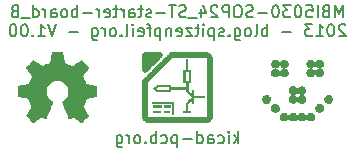
<source format=gbo>
G04 (created by PCBNEW (2013-01-27 BZR 3925)-testing) date Tue 29 Jan 2013 04:49:03 PM CET*
%MOIN*%
G04 Gerber Fmt 3.4, Leading zero omitted, Abs format*
%FSLAX34Y34*%
G01*
G70*
G90*
G04 APERTURE LIST*
%ADD10C,2.3622e-06*%
%ADD11C,0.00787402*%
%ADD12C,0.0001*%
%ADD13R,0.06X0.06*%
%ADD14C,0.06*%
G04 APERTURE END LIST*
G54D10*
G54D11*
X63024Y-47259D02*
X63024Y-46865D01*
X62987Y-47109D02*
X62874Y-47259D01*
X62874Y-46996D02*
X63024Y-47146D01*
X62706Y-47259D02*
X62706Y-46996D01*
X62706Y-46865D02*
X62724Y-46884D01*
X62706Y-46903D01*
X62687Y-46884D01*
X62706Y-46865D01*
X62706Y-46903D01*
X62349Y-47240D02*
X62387Y-47259D01*
X62462Y-47259D01*
X62499Y-47240D01*
X62518Y-47221D01*
X62537Y-47184D01*
X62537Y-47071D01*
X62518Y-47034D01*
X62499Y-47015D01*
X62462Y-46996D01*
X62387Y-46996D01*
X62349Y-47015D01*
X62012Y-47259D02*
X62012Y-47053D01*
X62031Y-47015D01*
X62068Y-46996D01*
X62143Y-46996D01*
X62181Y-47015D01*
X62012Y-47240D02*
X62049Y-47259D01*
X62143Y-47259D01*
X62181Y-47240D01*
X62199Y-47203D01*
X62199Y-47165D01*
X62181Y-47128D01*
X62143Y-47109D01*
X62049Y-47109D01*
X62012Y-47090D01*
X61656Y-47259D02*
X61656Y-46865D01*
X61656Y-47240D02*
X61693Y-47259D01*
X61768Y-47259D01*
X61806Y-47240D01*
X61824Y-47221D01*
X61843Y-47184D01*
X61843Y-47071D01*
X61824Y-47034D01*
X61806Y-47015D01*
X61768Y-46996D01*
X61693Y-46996D01*
X61656Y-47015D01*
X61468Y-47109D02*
X61168Y-47109D01*
X60981Y-46996D02*
X60981Y-47390D01*
X60981Y-47015D02*
X60943Y-46996D01*
X60868Y-46996D01*
X60831Y-47015D01*
X60812Y-47034D01*
X60793Y-47071D01*
X60793Y-47184D01*
X60812Y-47221D01*
X60831Y-47240D01*
X60868Y-47259D01*
X60943Y-47259D01*
X60981Y-47240D01*
X60456Y-47240D02*
X60493Y-47259D01*
X60568Y-47259D01*
X60606Y-47240D01*
X60625Y-47221D01*
X60643Y-47184D01*
X60643Y-47071D01*
X60625Y-47034D01*
X60606Y-47015D01*
X60568Y-46996D01*
X60493Y-46996D01*
X60456Y-47015D01*
X60287Y-47259D02*
X60287Y-46865D01*
X60287Y-47015D02*
X60250Y-46996D01*
X60175Y-46996D01*
X60137Y-47015D01*
X60118Y-47034D01*
X60100Y-47071D01*
X60100Y-47184D01*
X60118Y-47221D01*
X60137Y-47240D01*
X60175Y-47259D01*
X60250Y-47259D01*
X60287Y-47240D01*
X59931Y-47221D02*
X59912Y-47240D01*
X59931Y-47259D01*
X59950Y-47240D01*
X59931Y-47221D01*
X59931Y-47259D01*
X59687Y-47259D02*
X59725Y-47240D01*
X59743Y-47221D01*
X59762Y-47184D01*
X59762Y-47071D01*
X59743Y-47034D01*
X59725Y-47015D01*
X59687Y-46996D01*
X59631Y-46996D01*
X59593Y-47015D01*
X59575Y-47034D01*
X59556Y-47071D01*
X59556Y-47184D01*
X59575Y-47221D01*
X59593Y-47240D01*
X59631Y-47259D01*
X59687Y-47259D01*
X59387Y-47259D02*
X59387Y-46996D01*
X59387Y-47071D02*
X59368Y-47034D01*
X59350Y-47015D01*
X59312Y-46996D01*
X59275Y-46996D01*
X58975Y-46996D02*
X58975Y-47315D01*
X58994Y-47353D01*
X59012Y-47371D01*
X59050Y-47390D01*
X59106Y-47390D01*
X59143Y-47371D01*
X58975Y-47240D02*
X59012Y-47259D01*
X59087Y-47259D01*
X59125Y-47240D01*
X59143Y-47221D01*
X59162Y-47184D01*
X59162Y-47071D01*
X59143Y-47034D01*
X59125Y-47015D01*
X59087Y-46996D01*
X59012Y-46996D01*
X58975Y-47015D01*
X66511Y-43059D02*
X66511Y-42665D01*
X66380Y-42946D01*
X66249Y-42665D01*
X66249Y-43059D01*
X65930Y-42853D02*
X65874Y-42871D01*
X65855Y-42890D01*
X65836Y-42928D01*
X65836Y-42984D01*
X65855Y-43021D01*
X65874Y-43040D01*
X65911Y-43059D01*
X66061Y-43059D01*
X66061Y-42665D01*
X65930Y-42665D01*
X65893Y-42684D01*
X65874Y-42703D01*
X65855Y-42740D01*
X65855Y-42778D01*
X65874Y-42815D01*
X65893Y-42834D01*
X65930Y-42853D01*
X66061Y-42853D01*
X65668Y-43059D02*
X65668Y-42665D01*
X65293Y-42665D02*
X65480Y-42665D01*
X65499Y-42853D01*
X65480Y-42834D01*
X65443Y-42815D01*
X65349Y-42815D01*
X65311Y-42834D01*
X65293Y-42853D01*
X65274Y-42890D01*
X65274Y-42984D01*
X65293Y-43021D01*
X65311Y-43040D01*
X65349Y-43059D01*
X65443Y-43059D01*
X65480Y-43040D01*
X65499Y-43021D01*
X65030Y-42665D02*
X64993Y-42665D01*
X64955Y-42684D01*
X64937Y-42703D01*
X64918Y-42740D01*
X64899Y-42815D01*
X64899Y-42909D01*
X64918Y-42984D01*
X64937Y-43021D01*
X64955Y-43040D01*
X64993Y-43059D01*
X65030Y-43059D01*
X65068Y-43040D01*
X65086Y-43021D01*
X65105Y-42984D01*
X65124Y-42909D01*
X65124Y-42815D01*
X65105Y-42740D01*
X65086Y-42703D01*
X65068Y-42684D01*
X65030Y-42665D01*
X64768Y-42665D02*
X64524Y-42665D01*
X64655Y-42815D01*
X64599Y-42815D01*
X64562Y-42834D01*
X64543Y-42853D01*
X64524Y-42890D01*
X64524Y-42984D01*
X64543Y-43021D01*
X64562Y-43040D01*
X64599Y-43059D01*
X64712Y-43059D01*
X64749Y-43040D01*
X64768Y-43021D01*
X64280Y-42665D02*
X64243Y-42665D01*
X64205Y-42684D01*
X64187Y-42703D01*
X64168Y-42740D01*
X64149Y-42815D01*
X64149Y-42909D01*
X64168Y-42984D01*
X64187Y-43021D01*
X64205Y-43040D01*
X64243Y-43059D01*
X64280Y-43059D01*
X64318Y-43040D01*
X64337Y-43021D01*
X64355Y-42984D01*
X64374Y-42909D01*
X64374Y-42815D01*
X64355Y-42740D01*
X64337Y-42703D01*
X64318Y-42684D01*
X64280Y-42665D01*
X63980Y-42909D02*
X63680Y-42909D01*
X63512Y-43040D02*
X63455Y-43059D01*
X63362Y-43059D01*
X63324Y-43040D01*
X63305Y-43021D01*
X63287Y-42984D01*
X63287Y-42946D01*
X63305Y-42909D01*
X63324Y-42890D01*
X63362Y-42871D01*
X63437Y-42853D01*
X63474Y-42834D01*
X63493Y-42815D01*
X63512Y-42778D01*
X63512Y-42740D01*
X63493Y-42703D01*
X63474Y-42684D01*
X63437Y-42665D01*
X63343Y-42665D01*
X63287Y-42684D01*
X63043Y-42665D02*
X62968Y-42665D01*
X62931Y-42684D01*
X62893Y-42721D01*
X62874Y-42796D01*
X62874Y-42928D01*
X62893Y-43003D01*
X62931Y-43040D01*
X62968Y-43059D01*
X63043Y-43059D01*
X63080Y-43040D01*
X63118Y-43003D01*
X63137Y-42928D01*
X63137Y-42796D01*
X63118Y-42721D01*
X63080Y-42684D01*
X63043Y-42665D01*
X62706Y-43059D02*
X62706Y-42665D01*
X62556Y-42665D01*
X62518Y-42684D01*
X62499Y-42703D01*
X62481Y-42740D01*
X62481Y-42796D01*
X62499Y-42834D01*
X62518Y-42853D01*
X62556Y-42871D01*
X62706Y-42871D01*
X62331Y-42703D02*
X62312Y-42684D01*
X62274Y-42665D01*
X62181Y-42665D01*
X62143Y-42684D01*
X62124Y-42703D01*
X62106Y-42740D01*
X62106Y-42778D01*
X62124Y-42834D01*
X62349Y-43059D01*
X62106Y-43059D01*
X61768Y-42796D02*
X61768Y-43059D01*
X61862Y-42646D02*
X61956Y-42928D01*
X61712Y-42928D01*
X61656Y-43096D02*
X61356Y-43096D01*
X61281Y-43040D02*
X61224Y-43059D01*
X61131Y-43059D01*
X61093Y-43040D01*
X61074Y-43021D01*
X61056Y-42984D01*
X61056Y-42946D01*
X61074Y-42909D01*
X61093Y-42890D01*
X61131Y-42871D01*
X61206Y-42853D01*
X61243Y-42834D01*
X61262Y-42815D01*
X61281Y-42778D01*
X61281Y-42740D01*
X61262Y-42703D01*
X61243Y-42684D01*
X61206Y-42665D01*
X61112Y-42665D01*
X61056Y-42684D01*
X60943Y-42665D02*
X60718Y-42665D01*
X60831Y-43059D02*
X60831Y-42665D01*
X60587Y-42909D02*
X60287Y-42909D01*
X60118Y-43040D02*
X60081Y-43059D01*
X60006Y-43059D01*
X59968Y-43040D01*
X59950Y-43003D01*
X59950Y-42984D01*
X59968Y-42946D01*
X60006Y-42928D01*
X60062Y-42928D01*
X60100Y-42909D01*
X60118Y-42871D01*
X60118Y-42853D01*
X60100Y-42815D01*
X60062Y-42796D01*
X60006Y-42796D01*
X59968Y-42815D01*
X59837Y-42796D02*
X59687Y-42796D01*
X59781Y-42665D02*
X59781Y-43003D01*
X59762Y-43040D01*
X59725Y-43059D01*
X59687Y-43059D01*
X59387Y-43059D02*
X59387Y-42853D01*
X59406Y-42815D01*
X59443Y-42796D01*
X59518Y-42796D01*
X59556Y-42815D01*
X59387Y-43040D02*
X59425Y-43059D01*
X59518Y-43059D01*
X59556Y-43040D01*
X59575Y-43003D01*
X59575Y-42965D01*
X59556Y-42928D01*
X59518Y-42909D01*
X59425Y-42909D01*
X59387Y-42890D01*
X59200Y-43059D02*
X59200Y-42796D01*
X59200Y-42871D02*
X59181Y-42834D01*
X59162Y-42815D01*
X59125Y-42796D01*
X59087Y-42796D01*
X59012Y-42796D02*
X58862Y-42796D01*
X58956Y-42665D02*
X58956Y-43003D01*
X58937Y-43040D01*
X58900Y-43059D01*
X58862Y-43059D01*
X58581Y-43040D02*
X58619Y-43059D01*
X58694Y-43059D01*
X58731Y-43040D01*
X58750Y-43003D01*
X58750Y-42853D01*
X58731Y-42815D01*
X58694Y-42796D01*
X58619Y-42796D01*
X58581Y-42815D01*
X58562Y-42853D01*
X58562Y-42890D01*
X58750Y-42928D01*
X58394Y-43059D02*
X58394Y-42796D01*
X58394Y-42871D02*
X58375Y-42834D01*
X58356Y-42815D01*
X58319Y-42796D01*
X58281Y-42796D01*
X58150Y-42909D02*
X57850Y-42909D01*
X57662Y-43059D02*
X57662Y-42665D01*
X57662Y-42815D02*
X57625Y-42796D01*
X57550Y-42796D01*
X57512Y-42815D01*
X57494Y-42834D01*
X57475Y-42871D01*
X57475Y-42984D01*
X57494Y-43021D01*
X57512Y-43040D01*
X57550Y-43059D01*
X57625Y-43059D01*
X57662Y-43040D01*
X57250Y-43059D02*
X57287Y-43040D01*
X57306Y-43021D01*
X57325Y-42984D01*
X57325Y-42871D01*
X57306Y-42834D01*
X57287Y-42815D01*
X57250Y-42796D01*
X57194Y-42796D01*
X57156Y-42815D01*
X57137Y-42834D01*
X57119Y-42871D01*
X57119Y-42984D01*
X57137Y-43021D01*
X57156Y-43040D01*
X57194Y-43059D01*
X57250Y-43059D01*
X56781Y-43059D02*
X56781Y-42853D01*
X56800Y-42815D01*
X56838Y-42796D01*
X56913Y-42796D01*
X56950Y-42815D01*
X56781Y-43040D02*
X56819Y-43059D01*
X56913Y-43059D01*
X56950Y-43040D01*
X56969Y-43003D01*
X56969Y-42965D01*
X56950Y-42928D01*
X56913Y-42909D01*
X56819Y-42909D01*
X56781Y-42890D01*
X56594Y-43059D02*
X56594Y-42796D01*
X56594Y-42871D02*
X56575Y-42834D01*
X56556Y-42815D01*
X56519Y-42796D01*
X56481Y-42796D01*
X56181Y-43059D02*
X56181Y-42665D01*
X56181Y-43040D02*
X56219Y-43059D01*
X56294Y-43059D01*
X56331Y-43040D01*
X56350Y-43021D01*
X56369Y-42984D01*
X56369Y-42871D01*
X56350Y-42834D01*
X56331Y-42815D01*
X56294Y-42796D01*
X56219Y-42796D01*
X56181Y-42815D01*
X56088Y-43096D02*
X55788Y-43096D01*
X55563Y-42853D02*
X55506Y-42871D01*
X55488Y-42890D01*
X55469Y-42928D01*
X55469Y-42984D01*
X55488Y-43021D01*
X55506Y-43040D01*
X55544Y-43059D01*
X55694Y-43059D01*
X55694Y-42665D01*
X55563Y-42665D01*
X55525Y-42684D01*
X55506Y-42703D01*
X55488Y-42740D01*
X55488Y-42778D01*
X55506Y-42815D01*
X55525Y-42834D01*
X55563Y-42853D01*
X55694Y-42853D01*
X66596Y-43333D02*
X66577Y-43314D01*
X66539Y-43295D01*
X66446Y-43295D01*
X66408Y-43314D01*
X66389Y-43333D01*
X66371Y-43370D01*
X66371Y-43408D01*
X66389Y-43464D01*
X66614Y-43689D01*
X66371Y-43689D01*
X66127Y-43295D02*
X66089Y-43295D01*
X66052Y-43314D01*
X66033Y-43333D01*
X66014Y-43370D01*
X65996Y-43445D01*
X65996Y-43539D01*
X66014Y-43614D01*
X66033Y-43651D01*
X66052Y-43670D01*
X66089Y-43689D01*
X66127Y-43689D01*
X66164Y-43670D01*
X66183Y-43651D01*
X66202Y-43614D01*
X66221Y-43539D01*
X66221Y-43445D01*
X66202Y-43370D01*
X66183Y-43333D01*
X66164Y-43314D01*
X66127Y-43295D01*
X65621Y-43689D02*
X65846Y-43689D01*
X65733Y-43689D02*
X65733Y-43295D01*
X65771Y-43351D01*
X65808Y-43389D01*
X65846Y-43408D01*
X65490Y-43295D02*
X65246Y-43295D01*
X65377Y-43445D01*
X65321Y-43445D01*
X65283Y-43464D01*
X65265Y-43483D01*
X65246Y-43520D01*
X65246Y-43614D01*
X65265Y-43651D01*
X65283Y-43670D01*
X65321Y-43689D01*
X65433Y-43689D01*
X65471Y-43670D01*
X65490Y-43651D01*
X64777Y-43539D02*
X64477Y-43539D01*
X63990Y-43689D02*
X63990Y-43295D01*
X63990Y-43445D02*
X63952Y-43426D01*
X63877Y-43426D01*
X63840Y-43445D01*
X63821Y-43464D01*
X63802Y-43501D01*
X63802Y-43614D01*
X63821Y-43651D01*
X63840Y-43670D01*
X63877Y-43689D01*
X63952Y-43689D01*
X63990Y-43670D01*
X63577Y-43689D02*
X63615Y-43670D01*
X63634Y-43633D01*
X63634Y-43295D01*
X63371Y-43689D02*
X63409Y-43670D01*
X63427Y-43651D01*
X63446Y-43614D01*
X63446Y-43501D01*
X63427Y-43464D01*
X63409Y-43445D01*
X63371Y-43426D01*
X63315Y-43426D01*
X63277Y-43445D01*
X63259Y-43464D01*
X63240Y-43501D01*
X63240Y-43614D01*
X63259Y-43651D01*
X63277Y-43670D01*
X63315Y-43689D01*
X63371Y-43689D01*
X62902Y-43426D02*
X62902Y-43745D01*
X62921Y-43783D01*
X62940Y-43801D01*
X62977Y-43820D01*
X63034Y-43820D01*
X63071Y-43801D01*
X62902Y-43670D02*
X62940Y-43689D01*
X63015Y-43689D01*
X63052Y-43670D01*
X63071Y-43651D01*
X63090Y-43614D01*
X63090Y-43501D01*
X63071Y-43464D01*
X63052Y-43445D01*
X63015Y-43426D01*
X62940Y-43426D01*
X62902Y-43445D01*
X62715Y-43651D02*
X62696Y-43670D01*
X62715Y-43689D01*
X62734Y-43670D01*
X62715Y-43651D01*
X62715Y-43689D01*
X62546Y-43670D02*
X62509Y-43689D01*
X62434Y-43689D01*
X62396Y-43670D01*
X62377Y-43633D01*
X62377Y-43614D01*
X62396Y-43576D01*
X62434Y-43558D01*
X62490Y-43558D01*
X62527Y-43539D01*
X62546Y-43501D01*
X62546Y-43483D01*
X62527Y-43445D01*
X62490Y-43426D01*
X62434Y-43426D01*
X62396Y-43445D01*
X62209Y-43426D02*
X62209Y-43820D01*
X62209Y-43445D02*
X62171Y-43426D01*
X62096Y-43426D01*
X62059Y-43445D01*
X62040Y-43464D01*
X62021Y-43501D01*
X62021Y-43614D01*
X62040Y-43651D01*
X62059Y-43670D01*
X62096Y-43689D01*
X62171Y-43689D01*
X62209Y-43670D01*
X61853Y-43689D02*
X61853Y-43426D01*
X61853Y-43295D02*
X61871Y-43314D01*
X61853Y-43333D01*
X61834Y-43314D01*
X61853Y-43295D01*
X61853Y-43333D01*
X61721Y-43426D02*
X61571Y-43426D01*
X61665Y-43295D02*
X61665Y-43633D01*
X61646Y-43670D01*
X61609Y-43689D01*
X61571Y-43689D01*
X61478Y-43426D02*
X61271Y-43426D01*
X61478Y-43689D01*
X61271Y-43689D01*
X60971Y-43670D02*
X61009Y-43689D01*
X61084Y-43689D01*
X61121Y-43670D01*
X61140Y-43633D01*
X61140Y-43483D01*
X61121Y-43445D01*
X61084Y-43426D01*
X61009Y-43426D01*
X60971Y-43445D01*
X60953Y-43483D01*
X60953Y-43520D01*
X61140Y-43558D01*
X60784Y-43426D02*
X60784Y-43689D01*
X60784Y-43464D02*
X60765Y-43445D01*
X60728Y-43426D01*
X60671Y-43426D01*
X60634Y-43445D01*
X60615Y-43483D01*
X60615Y-43689D01*
X60428Y-43426D02*
X60428Y-43820D01*
X60428Y-43445D02*
X60390Y-43426D01*
X60315Y-43426D01*
X60278Y-43445D01*
X60259Y-43464D01*
X60240Y-43501D01*
X60240Y-43614D01*
X60259Y-43651D01*
X60278Y-43670D01*
X60315Y-43689D01*
X60390Y-43689D01*
X60428Y-43670D01*
X60128Y-43426D02*
X59978Y-43426D01*
X60071Y-43689D02*
X60071Y-43351D01*
X60053Y-43314D01*
X60015Y-43295D01*
X59978Y-43295D01*
X59697Y-43670D02*
X59734Y-43689D01*
X59809Y-43689D01*
X59847Y-43670D01*
X59865Y-43633D01*
X59865Y-43483D01*
X59847Y-43445D01*
X59809Y-43426D01*
X59734Y-43426D01*
X59697Y-43445D01*
X59678Y-43483D01*
X59678Y-43520D01*
X59865Y-43558D01*
X59509Y-43689D02*
X59509Y-43426D01*
X59509Y-43295D02*
X59528Y-43314D01*
X59509Y-43333D01*
X59490Y-43314D01*
X59509Y-43295D01*
X59509Y-43333D01*
X59265Y-43689D02*
X59303Y-43670D01*
X59322Y-43633D01*
X59322Y-43295D01*
X59115Y-43651D02*
X59097Y-43670D01*
X59115Y-43689D01*
X59134Y-43670D01*
X59115Y-43651D01*
X59115Y-43689D01*
X58872Y-43689D02*
X58909Y-43670D01*
X58928Y-43651D01*
X58947Y-43614D01*
X58947Y-43501D01*
X58928Y-43464D01*
X58909Y-43445D01*
X58872Y-43426D01*
X58815Y-43426D01*
X58778Y-43445D01*
X58759Y-43464D01*
X58740Y-43501D01*
X58740Y-43614D01*
X58759Y-43651D01*
X58778Y-43670D01*
X58815Y-43689D01*
X58872Y-43689D01*
X58572Y-43689D02*
X58572Y-43426D01*
X58572Y-43501D02*
X58553Y-43464D01*
X58534Y-43445D01*
X58497Y-43426D01*
X58459Y-43426D01*
X58159Y-43426D02*
X58159Y-43745D01*
X58178Y-43783D01*
X58197Y-43801D01*
X58234Y-43820D01*
X58290Y-43820D01*
X58328Y-43801D01*
X58159Y-43670D02*
X58197Y-43689D01*
X58272Y-43689D01*
X58309Y-43670D01*
X58328Y-43651D01*
X58347Y-43614D01*
X58347Y-43501D01*
X58328Y-43464D01*
X58309Y-43445D01*
X58272Y-43426D01*
X58197Y-43426D01*
X58159Y-43445D01*
X57672Y-43539D02*
X57372Y-43539D01*
X56941Y-43295D02*
X56809Y-43689D01*
X56678Y-43295D01*
X56341Y-43689D02*
X56566Y-43689D01*
X56453Y-43689D02*
X56453Y-43295D01*
X56491Y-43351D01*
X56528Y-43389D01*
X56566Y-43408D01*
X56172Y-43651D02*
X56153Y-43670D01*
X56172Y-43689D01*
X56191Y-43670D01*
X56172Y-43651D01*
X56172Y-43689D01*
X55910Y-43295D02*
X55872Y-43295D01*
X55835Y-43314D01*
X55816Y-43333D01*
X55797Y-43370D01*
X55778Y-43445D01*
X55778Y-43539D01*
X55797Y-43614D01*
X55816Y-43651D01*
X55835Y-43670D01*
X55872Y-43689D01*
X55910Y-43689D01*
X55947Y-43670D01*
X55966Y-43651D01*
X55985Y-43614D01*
X56003Y-43539D01*
X56003Y-43445D01*
X55985Y-43370D01*
X55966Y-43333D01*
X55947Y-43314D01*
X55910Y-43295D01*
X55535Y-43295D02*
X55497Y-43295D01*
X55460Y-43314D01*
X55441Y-43333D01*
X55422Y-43370D01*
X55403Y-43445D01*
X55403Y-43539D01*
X55422Y-43614D01*
X55441Y-43651D01*
X55460Y-43670D01*
X55497Y-43689D01*
X55535Y-43689D01*
X55572Y-43670D01*
X55591Y-43651D01*
X55610Y-43614D01*
X55628Y-43539D01*
X55628Y-43445D01*
X55610Y-43370D01*
X55591Y-43333D01*
X55572Y-43314D01*
X55535Y-43295D01*
G54D12*
G36*
X64554Y-46533D02*
X64524Y-46529D01*
X64497Y-46520D01*
X64485Y-46514D01*
X64460Y-46496D01*
X64440Y-46475D01*
X64425Y-46450D01*
X64415Y-46423D01*
X64410Y-46394D01*
X64411Y-46365D01*
X64418Y-46336D01*
X64431Y-46308D01*
X64440Y-46296D01*
X64452Y-46283D01*
X64466Y-46270D01*
X64478Y-46261D01*
X64482Y-46258D01*
X64508Y-46246D01*
X64534Y-46240D01*
X64564Y-46239D01*
X64574Y-46239D01*
X64590Y-46241D01*
X64604Y-46245D01*
X64620Y-46252D01*
X64637Y-46261D01*
X64661Y-46280D01*
X64680Y-46304D01*
X64695Y-46331D01*
X64699Y-46343D01*
X64703Y-46358D01*
X64705Y-46369D01*
X64705Y-46371D01*
X64705Y-46371D01*
X64706Y-46365D01*
X64706Y-46364D01*
X64711Y-46345D01*
X64718Y-46326D01*
X64727Y-46309D01*
X64743Y-46287D01*
X64766Y-46266D01*
X64792Y-46251D01*
X64821Y-46241D01*
X64852Y-46238D01*
X64860Y-46238D01*
X64883Y-46241D01*
X64906Y-46247D01*
X64910Y-46249D01*
X64935Y-46263D01*
X64957Y-46281D01*
X64976Y-46304D01*
X64989Y-46328D01*
X64997Y-46355D01*
X64998Y-46356D01*
X64999Y-46363D01*
X65000Y-46366D01*
X65000Y-46366D01*
X65001Y-46362D01*
X65003Y-46355D01*
X65003Y-46352D01*
X65012Y-46326D01*
X65026Y-46301D01*
X65045Y-46279D01*
X65063Y-46264D01*
X65088Y-46250D01*
X65117Y-46241D01*
X65148Y-46238D01*
X65170Y-46240D01*
X65199Y-46247D01*
X65226Y-46261D01*
X65250Y-46279D01*
X65269Y-46303D01*
X65272Y-46306D01*
X65278Y-46317D01*
X65283Y-46326D01*
X65285Y-46333D01*
X65290Y-46346D01*
X65293Y-46359D01*
X65294Y-46369D01*
X65294Y-46371D01*
X65295Y-46371D01*
X65296Y-46364D01*
X65299Y-46348D01*
X65307Y-46328D01*
X65315Y-46310D01*
X65333Y-46286D01*
X65356Y-46266D01*
X65382Y-46251D01*
X65411Y-46241D01*
X65441Y-46238D01*
X65469Y-46240D01*
X65498Y-46248D01*
X65524Y-46263D01*
X65548Y-46283D01*
X65560Y-46296D01*
X65571Y-46312D01*
X65580Y-46331D01*
X65585Y-46346D01*
X65590Y-46376D01*
X65589Y-46405D01*
X65583Y-46432D01*
X65571Y-46458D01*
X65555Y-46481D01*
X65535Y-46501D01*
X65511Y-46517D01*
X65484Y-46527D01*
X65454Y-46532D01*
X65451Y-46533D01*
X65421Y-46532D01*
X65393Y-46525D01*
X65366Y-46512D01*
X65356Y-46505D01*
X65337Y-46488D01*
X65319Y-46467D01*
X65307Y-46445D01*
X65304Y-46437D01*
X65300Y-46424D01*
X65297Y-46411D01*
X65295Y-46401D01*
X65295Y-46395D01*
X65294Y-46401D01*
X65294Y-46406D01*
X65291Y-46419D01*
X65287Y-46434D01*
X65282Y-46446D01*
X65275Y-46460D01*
X65257Y-46484D01*
X65234Y-46504D01*
X65208Y-46520D01*
X65179Y-46530D01*
X65174Y-46531D01*
X65154Y-46533D01*
X65132Y-46532D01*
X65113Y-46529D01*
X65093Y-46523D01*
X65066Y-46509D01*
X65041Y-46489D01*
X65040Y-46487D01*
X65023Y-46466D01*
X65010Y-46441D01*
X65003Y-46416D01*
X65002Y-46415D01*
X65001Y-46408D01*
X65000Y-46405D01*
X64999Y-46407D01*
X64998Y-46413D01*
X64998Y-46415D01*
X64994Y-46430D01*
X64987Y-46447D01*
X64978Y-46463D01*
X64965Y-46481D01*
X64943Y-46502D01*
X64917Y-46518D01*
X64888Y-46529D01*
X64883Y-46530D01*
X64863Y-46532D01*
X64841Y-46532D01*
X64822Y-46530D01*
X64806Y-46525D01*
X64778Y-46513D01*
X64754Y-46495D01*
X64733Y-46472D01*
X64718Y-46446D01*
X64715Y-46438D01*
X64710Y-46424D01*
X64707Y-46411D01*
X64706Y-46401D01*
X64706Y-46400D01*
X64705Y-46400D01*
X64704Y-46406D01*
X64704Y-46407D01*
X64700Y-46425D01*
X64692Y-46445D01*
X64684Y-46462D01*
X64680Y-46468D01*
X64661Y-46491D01*
X64637Y-46509D01*
X64612Y-46523D01*
X64584Y-46531D01*
X64554Y-46533D01*
X64554Y-46533D01*
G37*
G36*
X65747Y-46238D02*
X65729Y-46237D01*
X65712Y-46236D01*
X65692Y-46231D01*
X65665Y-46218D01*
X65640Y-46201D01*
X65620Y-46179D01*
X65604Y-46153D01*
X65594Y-46125D01*
X65590Y-46095D01*
X65592Y-46065D01*
X65600Y-46037D01*
X65613Y-46011D01*
X65632Y-45987D01*
X65656Y-45967D01*
X65663Y-45963D01*
X65692Y-45950D01*
X65721Y-45943D01*
X65752Y-45943D01*
X65782Y-45949D01*
X65806Y-45959D01*
X65832Y-45976D01*
X65853Y-45998D01*
X65870Y-46024D01*
X65881Y-46054D01*
X65884Y-46069D01*
X65885Y-46088D01*
X65885Y-46107D01*
X65882Y-46123D01*
X65881Y-46128D01*
X65869Y-46158D01*
X65852Y-46184D01*
X65829Y-46206D01*
X65802Y-46223D01*
X65790Y-46228D01*
X65773Y-46234D01*
X65757Y-46237D01*
X65747Y-46238D01*
X65747Y-46238D01*
G37*
G36*
X64259Y-46238D02*
X64229Y-46234D01*
X64199Y-46224D01*
X64172Y-46207D01*
X64166Y-46202D01*
X64146Y-46181D01*
X64130Y-46155D01*
X64119Y-46126D01*
X64116Y-46111D01*
X64115Y-46092D01*
X64115Y-46073D01*
X64118Y-46058D01*
X64120Y-46051D01*
X64131Y-46021D01*
X64148Y-45996D01*
X64170Y-45975D01*
X64195Y-45959D01*
X64223Y-45948D01*
X64254Y-45943D01*
X64265Y-45942D01*
X64295Y-45946D01*
X64323Y-45955D01*
X64348Y-45970D01*
X64370Y-45989D01*
X64387Y-46012D01*
X64400Y-46038D01*
X64408Y-46066D01*
X64409Y-46097D01*
X64408Y-46115D01*
X64404Y-46131D01*
X64398Y-46148D01*
X64386Y-46171D01*
X64367Y-46194D01*
X64344Y-46213D01*
X64318Y-46227D01*
X64289Y-46235D01*
X64259Y-46238D01*
X64259Y-46238D01*
G37*
G36*
X66041Y-45942D02*
X66020Y-45942D01*
X66002Y-45939D01*
X65981Y-45933D01*
X65954Y-45919D01*
X65929Y-45899D01*
X65913Y-45881D01*
X65898Y-45855D01*
X65889Y-45826D01*
X65887Y-45815D01*
X65886Y-45797D01*
X65886Y-45779D01*
X65888Y-45764D01*
X65891Y-45755D01*
X65902Y-45726D01*
X65919Y-45701D01*
X65941Y-45679D01*
X65968Y-45663D01*
X65978Y-45658D01*
X65997Y-45651D01*
X66016Y-45648D01*
X66038Y-45648D01*
X66052Y-45649D01*
X66068Y-45651D01*
X66083Y-45655D01*
X66099Y-45663D01*
X66108Y-45668D01*
X66133Y-45686D01*
X66153Y-45709D01*
X66169Y-45736D01*
X66178Y-45766D01*
X66179Y-45773D01*
X66181Y-45790D01*
X66180Y-45808D01*
X66178Y-45824D01*
X66176Y-45834D01*
X66164Y-45863D01*
X66147Y-45889D01*
X66126Y-45910D01*
X66099Y-45927D01*
X66070Y-45938D01*
X66061Y-45940D01*
X66041Y-45942D01*
X66041Y-45942D01*
G37*
G36*
X64856Y-45942D02*
X64827Y-45940D01*
X64799Y-45932D01*
X64782Y-45925D01*
X64757Y-45907D01*
X64736Y-45885D01*
X64720Y-45859D01*
X64710Y-45831D01*
X64708Y-45824D01*
X64705Y-45801D01*
X64706Y-45778D01*
X64712Y-45752D01*
X64724Y-45723D01*
X64741Y-45698D01*
X64763Y-45678D01*
X64789Y-45662D01*
X64819Y-45651D01*
X64838Y-45646D01*
X64828Y-45645D01*
X64826Y-45645D01*
X64805Y-45639D01*
X64783Y-45629D01*
X64762Y-45616D01*
X64759Y-45613D01*
X64738Y-45592D01*
X64721Y-45567D01*
X64711Y-45539D01*
X64706Y-45511D01*
X64706Y-45482D01*
X64713Y-45453D01*
X64726Y-45425D01*
X64726Y-45424D01*
X64745Y-45400D01*
X64767Y-45380D01*
X64792Y-45366D01*
X64819Y-45357D01*
X64847Y-45353D01*
X64876Y-45355D01*
X64904Y-45362D01*
X64930Y-45375D01*
X64955Y-45393D01*
X64967Y-45407D01*
X64982Y-45429D01*
X64993Y-45452D01*
X64998Y-45474D01*
X64999Y-45479D01*
X65000Y-45482D01*
X65001Y-45480D01*
X65002Y-45474D01*
X65007Y-45454D01*
X65016Y-45433D01*
X65028Y-45413D01*
X65036Y-45404D01*
X65058Y-45383D01*
X65084Y-45367D01*
X65112Y-45357D01*
X65142Y-45353D01*
X65172Y-45355D01*
X65190Y-45359D01*
X65219Y-45371D01*
X65243Y-45388D01*
X65264Y-45410D01*
X65280Y-45436D01*
X65291Y-45465D01*
X65293Y-45480D01*
X65295Y-45510D01*
X65289Y-45539D01*
X65279Y-45567D01*
X65262Y-45592D01*
X65241Y-45613D01*
X65215Y-45631D01*
X65203Y-45636D01*
X65189Y-45641D01*
X65177Y-45644D01*
X65167Y-45646D01*
X65166Y-45646D01*
X65166Y-45647D01*
X65173Y-45649D01*
X65187Y-45653D01*
X65207Y-45660D01*
X65224Y-45668D01*
X65233Y-45675D01*
X65253Y-45692D01*
X65270Y-45713D01*
X65283Y-45735D01*
X65291Y-45760D01*
X65295Y-45786D01*
X65294Y-45812D01*
X65293Y-45817D01*
X65285Y-45848D01*
X65271Y-45875D01*
X65251Y-45899D01*
X65235Y-45914D01*
X65208Y-45930D01*
X65179Y-45939D01*
X65168Y-45941D01*
X65152Y-45942D01*
X65135Y-45941D01*
X65119Y-45940D01*
X65107Y-45937D01*
X65097Y-45934D01*
X65069Y-45920D01*
X65044Y-45901D01*
X65024Y-45877D01*
X65017Y-45865D01*
X65008Y-45845D01*
X65003Y-45825D01*
X65002Y-45824D01*
X65001Y-45817D01*
X65000Y-45814D01*
X65000Y-45814D01*
X65000Y-45775D01*
X65000Y-45775D01*
X65001Y-45772D01*
X65003Y-45764D01*
X65003Y-45762D01*
X65012Y-45736D01*
X65026Y-45711D01*
X65045Y-45689D01*
X65067Y-45671D01*
X65092Y-45658D01*
X65094Y-45657D01*
X65107Y-45653D01*
X65119Y-45650D01*
X65133Y-45647D01*
X65120Y-45645D01*
X65102Y-45640D01*
X65076Y-45629D01*
X65052Y-45612D01*
X65031Y-45591D01*
X65015Y-45567D01*
X65010Y-45554D01*
X65005Y-45539D01*
X65002Y-45526D01*
X65001Y-45521D01*
X65000Y-45518D01*
X64999Y-45520D01*
X64998Y-45526D01*
X64996Y-45537D01*
X64991Y-45552D01*
X64985Y-45567D01*
X64975Y-45582D01*
X64956Y-45605D01*
X64933Y-45623D01*
X64907Y-45637D01*
X64880Y-45645D01*
X64867Y-45647D01*
X64880Y-45650D01*
X64882Y-45650D01*
X64895Y-45653D01*
X64908Y-45658D01*
X64910Y-45659D01*
X64935Y-45672D01*
X64957Y-45691D01*
X64976Y-45713D01*
X64989Y-45738D01*
X64997Y-45764D01*
X64998Y-45765D01*
X64999Y-45772D01*
X65000Y-45775D01*
X65000Y-45814D01*
X65000Y-45814D01*
X64999Y-45818D01*
X64997Y-45825D01*
X64992Y-45845D01*
X64980Y-45871D01*
X64962Y-45894D01*
X64940Y-45914D01*
X64914Y-45929D01*
X64914Y-45929D01*
X64886Y-45939D01*
X64856Y-45942D01*
X64856Y-45942D01*
G37*
G36*
X63978Y-45942D02*
X63954Y-45942D01*
X63932Y-45938D01*
X63918Y-45934D01*
X63890Y-45921D01*
X63866Y-45903D01*
X63846Y-45881D01*
X63832Y-45855D01*
X63823Y-45826D01*
X63819Y-45795D01*
X63820Y-45783D01*
X63825Y-45752D01*
X63837Y-45724D01*
X63856Y-45697D01*
X63861Y-45692D01*
X63882Y-45674D01*
X63906Y-45660D01*
X63932Y-45651D01*
X63933Y-45651D01*
X63955Y-45648D01*
X63979Y-45648D01*
X64001Y-45651D01*
X64009Y-45653D01*
X64037Y-45665D01*
X64062Y-45682D01*
X64082Y-45702D01*
X64098Y-45727D01*
X64109Y-45753D01*
X64114Y-45782D01*
X64114Y-45812D01*
X64107Y-45842D01*
X64097Y-45864D01*
X64080Y-45889D01*
X64058Y-45911D01*
X64033Y-45927D01*
X64004Y-45938D01*
X64001Y-45939D01*
X63978Y-45942D01*
X63978Y-45942D01*
G37*
G36*
X65438Y-45058D02*
X65409Y-45054D01*
X65380Y-45044D01*
X65367Y-45037D01*
X65354Y-45028D01*
X65340Y-45015D01*
X65325Y-44999D01*
X65309Y-44974D01*
X65299Y-44945D01*
X65297Y-44937D01*
X65295Y-44918D01*
X65295Y-44897D01*
X65298Y-44879D01*
X65306Y-44854D01*
X65319Y-44828D01*
X65337Y-44806D01*
X65340Y-44803D01*
X65354Y-44792D01*
X65370Y-44781D01*
X65385Y-44774D01*
X65390Y-44772D01*
X65402Y-44768D01*
X65414Y-44765D01*
X65423Y-44763D01*
X65428Y-44763D01*
X65422Y-44762D01*
X65415Y-44760D01*
X65406Y-44758D01*
X65395Y-44755D01*
X65373Y-44744D01*
X65351Y-44731D01*
X65334Y-44715D01*
X65331Y-44711D01*
X65313Y-44686D01*
X65301Y-44658D01*
X65295Y-44629D01*
X65295Y-44599D01*
X65296Y-44592D01*
X65305Y-44562D01*
X65318Y-44535D01*
X65339Y-44510D01*
X65357Y-44495D01*
X65382Y-44480D01*
X65411Y-44470D01*
X65417Y-44469D01*
X65436Y-44467D01*
X65457Y-44468D01*
X65476Y-44471D01*
X65493Y-44476D01*
X65520Y-44489D01*
X65544Y-44507D01*
X65563Y-44530D01*
X65578Y-44555D01*
X65587Y-44584D01*
X65588Y-44587D01*
X65590Y-44594D01*
X65591Y-44597D01*
X65592Y-44593D01*
X65592Y-44587D01*
X65595Y-44575D01*
X65600Y-44562D01*
X65605Y-44550D01*
X65610Y-44541D01*
X65628Y-44516D01*
X65650Y-44495D01*
X65676Y-44480D01*
X65705Y-44471D01*
X65737Y-44467D01*
X65761Y-44469D01*
X65789Y-44476D01*
X65815Y-44489D01*
X65830Y-44499D01*
X65852Y-44521D01*
X65868Y-44546D01*
X65880Y-44573D01*
X65885Y-44602D01*
X65885Y-44632D01*
X65878Y-44659D01*
X65866Y-44688D01*
X65848Y-44712D01*
X65826Y-44733D01*
X65799Y-44749D01*
X65769Y-44759D01*
X65752Y-44763D01*
X65762Y-44764D01*
X65768Y-44765D01*
X65792Y-44772D01*
X65815Y-44784D01*
X65837Y-44800D01*
X65854Y-44818D01*
X65864Y-44834D01*
X65874Y-44854D01*
X65881Y-44874D01*
X65884Y-44889D01*
X65885Y-44908D01*
X65885Y-44927D01*
X65882Y-44942D01*
X65877Y-44960D01*
X65863Y-44988D01*
X65844Y-45012D01*
X65821Y-45032D01*
X65794Y-45047D01*
X65763Y-45056D01*
X65755Y-45057D01*
X65737Y-45057D01*
X65718Y-45056D01*
X65701Y-45053D01*
X65689Y-45049D01*
X65661Y-45036D01*
X65637Y-45018D01*
X65617Y-44995D01*
X65602Y-44969D01*
X65593Y-44939D01*
X65592Y-44937D01*
X65591Y-44930D01*
X65590Y-44931D01*
X65590Y-44890D01*
X65591Y-44889D01*
X65592Y-44883D01*
X65593Y-44881D01*
X65598Y-44862D01*
X65607Y-44841D01*
X65619Y-44822D01*
X65628Y-44811D01*
X65651Y-44790D01*
X65678Y-44775D01*
X65708Y-44765D01*
X65722Y-44762D01*
X65712Y-44760D01*
X65703Y-44758D01*
X65694Y-44756D01*
X65688Y-44754D01*
X65661Y-44741D01*
X65637Y-44722D01*
X65617Y-44700D01*
X65603Y-44674D01*
X65593Y-44646D01*
X65592Y-44639D01*
X65590Y-44635D01*
X65589Y-44637D01*
X65587Y-44646D01*
X65587Y-44647D01*
X65582Y-44663D01*
X65575Y-44680D01*
X65566Y-44696D01*
X65558Y-44706D01*
X65545Y-44720D01*
X65530Y-44733D01*
X65516Y-44743D01*
X65515Y-44743D01*
X65492Y-44753D01*
X65468Y-44760D01*
X65458Y-44762D01*
X65470Y-44765D01*
X65496Y-44772D01*
X65522Y-44786D01*
X65546Y-44804D01*
X65565Y-44826D01*
X65569Y-44834D01*
X65576Y-44848D01*
X65583Y-44863D01*
X65587Y-44877D01*
X65588Y-44887D01*
X65588Y-44887D01*
X65590Y-44890D01*
X65590Y-44931D01*
X65589Y-44931D01*
X65588Y-44938D01*
X65586Y-44946D01*
X65583Y-44955D01*
X65577Y-44970D01*
X65562Y-44996D01*
X65543Y-45018D01*
X65520Y-45035D01*
X65494Y-45048D01*
X65467Y-45056D01*
X65438Y-45058D01*
X65438Y-45058D01*
G37*
G36*
X64550Y-45058D02*
X64521Y-45053D01*
X64493Y-45043D01*
X64468Y-45027D01*
X64447Y-45007D01*
X64429Y-44983D01*
X64417Y-44955D01*
X64414Y-44946D01*
X64412Y-44938D01*
X64412Y-44936D01*
X64410Y-44930D01*
X64410Y-44930D01*
X64410Y-44889D01*
X64412Y-44885D01*
X64414Y-44875D01*
X64419Y-44858D01*
X64432Y-44831D01*
X64450Y-44808D01*
X64473Y-44789D01*
X64499Y-44774D01*
X64528Y-44765D01*
X64542Y-44762D01*
X64532Y-44760D01*
X64531Y-44760D01*
X64507Y-44753D01*
X64484Y-44743D01*
X64475Y-44737D01*
X64460Y-44724D01*
X64445Y-44710D01*
X64434Y-44696D01*
X64427Y-44683D01*
X64418Y-44664D01*
X64413Y-44647D01*
X64412Y-44639D01*
X64410Y-44635D01*
X64409Y-44637D01*
X64407Y-44646D01*
X64401Y-44665D01*
X64388Y-44693D01*
X64368Y-44717D01*
X64346Y-44736D01*
X64319Y-44751D01*
X64288Y-44760D01*
X64278Y-44762D01*
X64292Y-44765D01*
X64306Y-44769D01*
X64334Y-44781D01*
X64359Y-44799D01*
X64380Y-44822D01*
X64387Y-44830D01*
X64394Y-44844D01*
X64401Y-44859D01*
X64405Y-44870D01*
X64407Y-44881D01*
X64407Y-44882D01*
X64409Y-44888D01*
X64410Y-44889D01*
X64410Y-44930D01*
X64409Y-44931D01*
X64407Y-44939D01*
X64405Y-44949D01*
X64396Y-44971D01*
X64385Y-44992D01*
X64376Y-45003D01*
X64354Y-45025D01*
X64328Y-45042D01*
X64298Y-45053D01*
X64285Y-45056D01*
X64265Y-45057D01*
X64244Y-45056D01*
X64226Y-45053D01*
X64224Y-45053D01*
X64194Y-45041D01*
X64168Y-45024D01*
X64147Y-45002D01*
X64130Y-44976D01*
X64119Y-44946D01*
X64116Y-44933D01*
X64115Y-44912D01*
X64116Y-44892D01*
X64119Y-44874D01*
X64124Y-44858D01*
X64134Y-44837D01*
X64146Y-44818D01*
X64160Y-44804D01*
X64178Y-44789D01*
X64197Y-44777D01*
X64204Y-44774D01*
X64218Y-44769D01*
X64232Y-44765D01*
X64242Y-44763D01*
X64243Y-44763D01*
X64240Y-44762D01*
X64231Y-44759D01*
X64214Y-44754D01*
X64195Y-44746D01*
X64179Y-44737D01*
X64175Y-44734D01*
X64156Y-44717D01*
X64139Y-44696D01*
X64127Y-44674D01*
X64122Y-44663D01*
X64116Y-44634D01*
X64115Y-44603D01*
X64120Y-44574D01*
X64122Y-44567D01*
X64135Y-44540D01*
X64153Y-44516D01*
X64175Y-44495D01*
X64201Y-44480D01*
X64231Y-44470D01*
X64235Y-44469D01*
X64255Y-44467D01*
X64277Y-44468D01*
X64296Y-44471D01*
X64301Y-44472D01*
X64330Y-44483D01*
X64356Y-44500D01*
X64378Y-44523D01*
X64395Y-44550D01*
X64399Y-44558D01*
X64403Y-44571D01*
X64407Y-44584D01*
X64408Y-44593D01*
X64408Y-44595D01*
X64409Y-44596D01*
X64411Y-44592D01*
X64413Y-44584D01*
X64418Y-44564D01*
X64431Y-44538D01*
X64449Y-44515D01*
X64471Y-44495D01*
X64497Y-44480D01*
X64497Y-44480D01*
X64524Y-44471D01*
X64554Y-44467D01*
X64584Y-44469D01*
X64612Y-44477D01*
X64628Y-44485D01*
X64653Y-44502D01*
X64674Y-44524D01*
X64690Y-44550D01*
X64701Y-44579D01*
X64702Y-44585D01*
X64706Y-44609D01*
X64704Y-44632D01*
X64698Y-44659D01*
X64686Y-44687D01*
X64668Y-44712D01*
X64646Y-44733D01*
X64619Y-44749D01*
X64589Y-44759D01*
X64583Y-44761D01*
X64577Y-44763D01*
X64577Y-44763D01*
X64586Y-44764D01*
X64603Y-44769D01*
X64621Y-44777D01*
X64639Y-44787D01*
X64655Y-44799D01*
X64676Y-44822D01*
X64692Y-44849D01*
X64694Y-44853D01*
X64703Y-44882D01*
X64705Y-44912D01*
X64702Y-44943D01*
X64692Y-44971D01*
X64685Y-44985D01*
X64676Y-44998D01*
X64663Y-45012D01*
X64663Y-45013D01*
X64639Y-45033D01*
X64612Y-45047D01*
X64583Y-45055D01*
X64580Y-45056D01*
X64550Y-45058D01*
X64550Y-45058D01*
G37*
G36*
X59820Y-46375D02*
X59828Y-46401D01*
X59842Y-46439D01*
X59861Y-46474D01*
X59885Y-46504D01*
X59913Y-46530D01*
X59946Y-46551D01*
X59984Y-46568D01*
X59997Y-46572D01*
X60007Y-46575D01*
X60007Y-45795D01*
X60007Y-45242D01*
X60425Y-44825D01*
X60842Y-44407D01*
X61395Y-44407D01*
X61466Y-44407D01*
X61531Y-44407D01*
X61591Y-44407D01*
X61644Y-44407D01*
X61693Y-44407D01*
X61736Y-44407D01*
X61775Y-44408D01*
X61809Y-44408D01*
X61838Y-44408D01*
X61864Y-44408D01*
X61886Y-44408D01*
X61904Y-44409D01*
X61920Y-44409D01*
X61932Y-44409D01*
X61942Y-44410D01*
X61949Y-44410D01*
X61954Y-44411D01*
X61957Y-44411D01*
X61959Y-44411D01*
X61971Y-44419D01*
X61982Y-44431D01*
X61989Y-44443D01*
X61990Y-44447D01*
X61990Y-44457D01*
X61990Y-44473D01*
X61991Y-44495D01*
X61991Y-44521D01*
X61991Y-44553D01*
X61991Y-44589D01*
X61992Y-44629D01*
X61992Y-44673D01*
X61992Y-44721D01*
X61992Y-44772D01*
X61992Y-44826D01*
X61993Y-44883D01*
X61993Y-44943D01*
X61993Y-45004D01*
X61993Y-45068D01*
X61993Y-45133D01*
X61993Y-45199D01*
X61993Y-45266D01*
X61993Y-45333D01*
X61993Y-45400D01*
X61993Y-45468D01*
X61993Y-45536D01*
X61993Y-45603D01*
X61993Y-45669D01*
X61993Y-45734D01*
X61993Y-45797D01*
X61993Y-45858D01*
X61993Y-45918D01*
X61992Y-45975D01*
X61992Y-46029D01*
X61992Y-46080D01*
X61992Y-46128D01*
X61992Y-46172D01*
X61991Y-46212D01*
X61991Y-46248D01*
X61991Y-46279D01*
X61991Y-46306D01*
X61990Y-46327D01*
X61990Y-46343D01*
X61990Y-46353D01*
X61989Y-46357D01*
X61982Y-46369D01*
X61971Y-46380D01*
X61959Y-46388D01*
X61958Y-46389D01*
X61954Y-46389D01*
X61948Y-46390D01*
X61940Y-46390D01*
X61930Y-46390D01*
X61917Y-46391D01*
X61902Y-46391D01*
X61883Y-46391D01*
X61861Y-46391D01*
X61836Y-46391D01*
X61807Y-46392D01*
X61774Y-46392D01*
X61738Y-46392D01*
X61697Y-46392D01*
X61652Y-46392D01*
X61602Y-46392D01*
X61547Y-46392D01*
X61488Y-46393D01*
X61423Y-46393D01*
X61353Y-46393D01*
X61277Y-46393D01*
X61196Y-46393D01*
X61109Y-46393D01*
X61015Y-46393D01*
X61001Y-46393D01*
X60899Y-46393D01*
X60802Y-46393D01*
X60712Y-46393D01*
X60627Y-46393D01*
X60549Y-46393D01*
X60477Y-46393D01*
X60411Y-46392D01*
X60350Y-46392D01*
X60295Y-46392D01*
X60246Y-46392D01*
X60202Y-46392D01*
X60164Y-46391D01*
X60131Y-46391D01*
X60104Y-46391D01*
X60082Y-46391D01*
X60065Y-46390D01*
X60052Y-46390D01*
X60045Y-46390D01*
X60043Y-46389D01*
X60031Y-46382D01*
X60019Y-46371D01*
X60011Y-46359D01*
X60011Y-46357D01*
X60010Y-46353D01*
X60010Y-46347D01*
X60010Y-46339D01*
X60009Y-46328D01*
X60009Y-46315D01*
X60009Y-46298D01*
X60008Y-46279D01*
X60008Y-46256D01*
X60008Y-46228D01*
X60008Y-46197D01*
X60007Y-46162D01*
X60007Y-46122D01*
X60007Y-46077D01*
X60007Y-46026D01*
X60007Y-45971D01*
X60007Y-45910D01*
X60007Y-45842D01*
X60007Y-45795D01*
X60007Y-46575D01*
X60021Y-46580D01*
X60986Y-46580D01*
X61063Y-46580D01*
X61140Y-46580D01*
X61215Y-46580D01*
X61288Y-46580D01*
X61359Y-46580D01*
X61427Y-46580D01*
X61492Y-46580D01*
X61554Y-46580D01*
X61613Y-46580D01*
X61668Y-46580D01*
X61720Y-46580D01*
X61767Y-46580D01*
X61810Y-46579D01*
X61848Y-46579D01*
X61882Y-46579D01*
X61911Y-46579D01*
X61934Y-46579D01*
X61951Y-46579D01*
X61963Y-46578D01*
X61969Y-46578D01*
X61969Y-46578D01*
X62007Y-46571D01*
X62042Y-46557D01*
X62074Y-46539D01*
X62103Y-46515D01*
X62129Y-46488D01*
X62150Y-46456D01*
X62166Y-46420D01*
X62172Y-46401D01*
X62180Y-46375D01*
X62180Y-45400D01*
X62180Y-44425D01*
X62172Y-44399D01*
X62167Y-44383D01*
X62160Y-44366D01*
X62154Y-44351D01*
X62133Y-44318D01*
X62108Y-44289D01*
X62079Y-44265D01*
X62045Y-44245D01*
X62008Y-44230D01*
X62001Y-44228D01*
X61975Y-44220D01*
X61378Y-44220D01*
X60782Y-44220D01*
X60766Y-44228D01*
X60763Y-44229D01*
X60759Y-44232D01*
X60754Y-44236D01*
X60748Y-44242D01*
X60739Y-44250D01*
X60729Y-44260D01*
X60716Y-44272D01*
X60701Y-44286D01*
X60684Y-44303D01*
X60664Y-44322D01*
X60641Y-44344D01*
X60616Y-44370D01*
X60587Y-44398D01*
X60555Y-44430D01*
X60519Y-44465D01*
X60480Y-44505D01*
X60437Y-44548D01*
X60390Y-44595D01*
X60339Y-44646D01*
X60294Y-44691D01*
X60239Y-44745D01*
X60189Y-44796D01*
X60143Y-44842D01*
X60101Y-44884D01*
X60063Y-44922D01*
X60028Y-44957D01*
X59997Y-44988D01*
X59969Y-45016D01*
X59944Y-45041D01*
X59923Y-45063D01*
X59904Y-45082D01*
X59887Y-45099D01*
X59873Y-45114D01*
X59862Y-45126D01*
X59852Y-45136D01*
X59845Y-45145D01*
X59839Y-45151D01*
X59834Y-45157D01*
X59831Y-45161D01*
X59829Y-45164D01*
X59829Y-45164D01*
X59820Y-45182D01*
X59820Y-45778D01*
X59820Y-46375D01*
X59820Y-46375D01*
X59820Y-46375D01*
G37*
G36*
X59819Y-44719D02*
X59819Y-44747D01*
X59819Y-44771D01*
X59820Y-44791D01*
X59820Y-44807D01*
X59821Y-44821D01*
X59822Y-44831D01*
X59823Y-44840D01*
X59825Y-44847D01*
X59827Y-44853D01*
X59829Y-44858D01*
X59832Y-44863D01*
X59834Y-44867D01*
X59837Y-44870D01*
X59851Y-44886D01*
X59869Y-44899D01*
X59891Y-44907D01*
X59913Y-44910D01*
X59927Y-44909D01*
X59940Y-44906D01*
X59952Y-44902D01*
X59954Y-44901D01*
X59958Y-44899D01*
X59964Y-44893D01*
X59973Y-44885D01*
X59986Y-44874D01*
X60001Y-44859D01*
X60020Y-44841D01*
X60042Y-44820D01*
X60068Y-44794D01*
X60098Y-44765D01*
X60131Y-44731D01*
X60169Y-44694D01*
X60211Y-44652D01*
X60227Y-44636D01*
X60261Y-44602D01*
X60294Y-44569D01*
X60326Y-44537D01*
X60355Y-44508D01*
X60383Y-44480D01*
X60408Y-44454D01*
X60431Y-44431D01*
X60451Y-44411D01*
X60467Y-44394D01*
X60480Y-44380D01*
X60489Y-44371D01*
X60494Y-44365D01*
X60495Y-44364D01*
X60504Y-44344D01*
X60509Y-44322D01*
X60508Y-44300D01*
X60503Y-44278D01*
X60500Y-44271D01*
X60491Y-44256D01*
X60477Y-44242D01*
X60460Y-44230D01*
X60455Y-44227D01*
X60440Y-44220D01*
X60175Y-44219D01*
X60127Y-44219D01*
X60085Y-44219D01*
X60048Y-44219D01*
X60016Y-44219D01*
X59990Y-44219D01*
X59967Y-44219D01*
X59948Y-44220D01*
X59933Y-44220D01*
X59921Y-44220D01*
X59911Y-44221D01*
X59903Y-44221D01*
X59898Y-44222D01*
X59893Y-44223D01*
X59892Y-44223D01*
X59870Y-44231D01*
X59852Y-44243D01*
X59838Y-44259D01*
X59827Y-44278D01*
X59825Y-44280D01*
X59825Y-44283D01*
X59824Y-44286D01*
X59823Y-44291D01*
X59822Y-44297D01*
X59822Y-44305D01*
X59821Y-44316D01*
X59821Y-44329D01*
X59821Y-44346D01*
X59820Y-44366D01*
X59820Y-44391D01*
X59820Y-44420D01*
X59820Y-44454D01*
X59820Y-44493D01*
X59819Y-44539D01*
X59819Y-44557D01*
X59819Y-44606D01*
X59819Y-44649D01*
X59819Y-44687D01*
X59819Y-44719D01*
X59819Y-44719D01*
X59819Y-44719D01*
G37*
G36*
X60151Y-45949D02*
X60818Y-45949D01*
X60818Y-46313D01*
X60895Y-46313D01*
X60895Y-45872D01*
X60151Y-45872D01*
X60151Y-45949D01*
X60151Y-45949D01*
X60151Y-45949D01*
G37*
G36*
X60173Y-46252D02*
X60435Y-46252D01*
X60435Y-46176D01*
X60173Y-46176D01*
X60173Y-46252D01*
X60173Y-46252D01*
X60173Y-46252D01*
G37*
G36*
X60184Y-45436D02*
X60187Y-45439D01*
X60193Y-45446D01*
X60204Y-45455D01*
X60217Y-45468D01*
X60233Y-45482D01*
X60250Y-45497D01*
X60256Y-45503D01*
X60299Y-45540D01*
X60299Y-45435D01*
X60302Y-45432D01*
X60308Y-45426D01*
X60317Y-45417D01*
X60328Y-45407D01*
X60330Y-45405D01*
X60360Y-45378D01*
X60535Y-45378D01*
X60710Y-45378D01*
X60710Y-45433D01*
X60710Y-45489D01*
X60534Y-45489D01*
X60359Y-45489D01*
X60329Y-45463D01*
X60318Y-45453D01*
X60308Y-45444D01*
X60302Y-45438D01*
X60299Y-45435D01*
X60299Y-45435D01*
X60299Y-45540D01*
X60328Y-45565D01*
X60557Y-45566D01*
X60787Y-45566D01*
X60787Y-45518D01*
X60787Y-45470D01*
X61038Y-45470D01*
X61290Y-45470D01*
X61290Y-45504D01*
X61290Y-45519D01*
X61291Y-45530D01*
X61292Y-45538D01*
X61295Y-45543D01*
X61297Y-45547D01*
X61301Y-45551D01*
X61308Y-45560D01*
X61319Y-45572D01*
X61333Y-45586D01*
X61349Y-45603D01*
X61367Y-45622D01*
X61385Y-45640D01*
X61466Y-45723D01*
X61452Y-45738D01*
X61447Y-45744D01*
X61438Y-45754D01*
X61425Y-45767D01*
X61410Y-45783D01*
X61394Y-45800D01*
X61376Y-45819D01*
X61364Y-45832D01*
X61346Y-45851D01*
X61329Y-45868D01*
X61315Y-45884D01*
X61303Y-45898D01*
X61294Y-45908D01*
X61288Y-45915D01*
X61286Y-45918D01*
X61286Y-45923D01*
X61286Y-45933D01*
X61285Y-45948D01*
X61285Y-45968D01*
X61284Y-45990D01*
X61284Y-46016D01*
X61284Y-46043D01*
X61284Y-46049D01*
X61284Y-46173D01*
X61233Y-46173D01*
X61182Y-46173D01*
X61182Y-46211D01*
X61182Y-46249D01*
X61316Y-46249D01*
X61450Y-46249D01*
X61450Y-46211D01*
X61450Y-46173D01*
X61405Y-46173D01*
X61360Y-46173D01*
X61361Y-46060D01*
X61361Y-45947D01*
X61420Y-45885D01*
X61480Y-45822D01*
X61481Y-45890D01*
X61482Y-45958D01*
X61520Y-45958D01*
X61558Y-45958D01*
X61558Y-45859D01*
X61558Y-45760D01*
X61742Y-45760D01*
X61926Y-45760D01*
X61926Y-45722D01*
X61926Y-45684D01*
X61742Y-45684D01*
X61558Y-45684D01*
X61558Y-45590D01*
X61558Y-45495D01*
X61520Y-45495D01*
X61482Y-45495D01*
X61482Y-45562D01*
X61482Y-45628D01*
X61424Y-45569D01*
X61367Y-45510D01*
X61367Y-45387D01*
X61367Y-45263D01*
X61412Y-45263D01*
X61456Y-45263D01*
X61456Y-45043D01*
X61456Y-44822D01*
X61408Y-44822D01*
X61360Y-44822D01*
X61360Y-44643D01*
X61360Y-44465D01*
X61322Y-44465D01*
X61284Y-44465D01*
X61284Y-44643D01*
X61284Y-44822D01*
X61236Y-44822D01*
X61188Y-44822D01*
X61188Y-45043D01*
X61188Y-45263D01*
X61239Y-45263D01*
X61265Y-45263D01*
X61265Y-45187D01*
X61265Y-45043D01*
X61265Y-44899D01*
X61322Y-44899D01*
X61380Y-44899D01*
X61380Y-45043D01*
X61380Y-45187D01*
X61322Y-45187D01*
X61265Y-45187D01*
X61265Y-45263D01*
X61290Y-45263D01*
X61290Y-45329D01*
X61290Y-45394D01*
X61038Y-45394D01*
X60787Y-45394D01*
X60787Y-45348D01*
X60787Y-45302D01*
X60557Y-45302D01*
X60328Y-45302D01*
X60256Y-45367D01*
X60238Y-45384D01*
X60222Y-45399D01*
X60208Y-45411D01*
X60197Y-45423D01*
X60189Y-45431D01*
X60185Y-45435D01*
X60184Y-45436D01*
X60184Y-45436D01*
X60184Y-45436D01*
G37*
G36*
X60547Y-46249D02*
X60742Y-46249D01*
X60742Y-46173D01*
X60547Y-46173D01*
X60547Y-46249D01*
X60547Y-46249D01*
X60547Y-46249D01*
G37*
G36*
X60547Y-46067D02*
X60767Y-46067D01*
X60767Y-45990D01*
X60547Y-45990D01*
X60547Y-46067D01*
X60547Y-46067D01*
X60547Y-46067D01*
G37*
G36*
X60173Y-46067D02*
X60486Y-46067D01*
X60486Y-45990D01*
X60173Y-45990D01*
X60173Y-46067D01*
X60173Y-46067D01*
X60173Y-46067D01*
G37*
G36*
X56203Y-46581D02*
X56217Y-46573D01*
X56248Y-46554D01*
X56292Y-46525D01*
X56344Y-46491D01*
X56396Y-46455D01*
X56439Y-46427D01*
X56469Y-46407D01*
X56481Y-46400D01*
X56488Y-46403D01*
X56513Y-46415D01*
X56548Y-46433D01*
X56569Y-46444D01*
X56602Y-46458D01*
X56619Y-46461D01*
X56621Y-46457D01*
X56633Y-46432D01*
X56652Y-46389D01*
X56677Y-46332D01*
X56706Y-46265D01*
X56736Y-46193D01*
X56767Y-46120D01*
X56796Y-46050D01*
X56821Y-45987D01*
X56842Y-45935D01*
X56856Y-45900D01*
X56861Y-45885D01*
X56859Y-45881D01*
X56843Y-45865D01*
X56814Y-45844D01*
X56752Y-45793D01*
X56690Y-45717D01*
X56653Y-45630D01*
X56640Y-45533D01*
X56651Y-45443D01*
X56686Y-45357D01*
X56746Y-45280D01*
X56819Y-45222D01*
X56904Y-45186D01*
X57000Y-45174D01*
X57091Y-45184D01*
X57179Y-45219D01*
X57257Y-45278D01*
X57290Y-45316D01*
X57335Y-45394D01*
X57360Y-45478D01*
X57363Y-45500D01*
X57359Y-45592D01*
X57332Y-45680D01*
X57283Y-45759D01*
X57216Y-45824D01*
X57207Y-45830D01*
X57176Y-45854D01*
X57155Y-45870D01*
X57138Y-45883D01*
X57256Y-46166D01*
X57275Y-46211D01*
X57307Y-46289D01*
X57335Y-46355D01*
X57358Y-46408D01*
X57374Y-46444D01*
X57381Y-46458D01*
X57381Y-46459D01*
X57392Y-46461D01*
X57413Y-46453D01*
X57453Y-46434D01*
X57479Y-46420D01*
X57509Y-46406D01*
X57523Y-46400D01*
X57534Y-46407D01*
X57563Y-46425D01*
X57605Y-46453D01*
X57656Y-46488D01*
X57704Y-46521D01*
X57748Y-46550D01*
X57780Y-46571D01*
X57796Y-46579D01*
X57798Y-46579D01*
X57812Y-46571D01*
X57838Y-46550D01*
X57876Y-46514D01*
X57931Y-46460D01*
X57939Y-46451D01*
X57984Y-46406D01*
X58020Y-46368D01*
X58045Y-46340D01*
X58054Y-46328D01*
X58054Y-46328D01*
X58046Y-46313D01*
X58025Y-46280D01*
X57996Y-46235D01*
X57960Y-46183D01*
X57866Y-46047D01*
X57918Y-45918D01*
X57934Y-45879D01*
X57954Y-45831D01*
X57969Y-45797D01*
X57976Y-45782D01*
X57990Y-45777D01*
X58025Y-45769D01*
X58076Y-45758D01*
X58137Y-45747D01*
X58195Y-45736D01*
X58247Y-45726D01*
X58285Y-45719D01*
X58302Y-45716D01*
X58306Y-45713D01*
X58310Y-45705D01*
X58312Y-45687D01*
X58313Y-45655D01*
X58314Y-45605D01*
X58314Y-45533D01*
X58314Y-45525D01*
X58313Y-45456D01*
X58312Y-45401D01*
X58310Y-45365D01*
X58308Y-45351D01*
X58308Y-45351D01*
X58291Y-45347D01*
X58254Y-45339D01*
X58202Y-45329D01*
X58140Y-45317D01*
X58136Y-45316D01*
X58074Y-45304D01*
X58021Y-45293D01*
X57985Y-45285D01*
X57970Y-45280D01*
X57966Y-45276D01*
X57954Y-45251D01*
X57936Y-45213D01*
X57915Y-45166D01*
X57895Y-45117D01*
X57878Y-45073D01*
X57866Y-45040D01*
X57862Y-45025D01*
X57862Y-45025D01*
X57872Y-45010D01*
X57893Y-44978D01*
X57923Y-44933D01*
X57960Y-44880D01*
X57962Y-44876D01*
X57998Y-44824D01*
X58027Y-44779D01*
X58046Y-44747D01*
X58054Y-44733D01*
X58053Y-44732D01*
X58042Y-44717D01*
X58015Y-44687D01*
X57977Y-44647D01*
X57931Y-44600D01*
X57916Y-44586D01*
X57865Y-44536D01*
X57829Y-44503D01*
X57807Y-44486D01*
X57797Y-44482D01*
X57796Y-44482D01*
X57780Y-44492D01*
X57747Y-44514D01*
X57702Y-44544D01*
X57649Y-44580D01*
X57645Y-44583D01*
X57593Y-44619D01*
X57549Y-44648D01*
X57518Y-44669D01*
X57504Y-44677D01*
X57502Y-44677D01*
X57480Y-44671D01*
X57443Y-44658D01*
X57397Y-44640D01*
X57348Y-44620D01*
X57304Y-44602D01*
X57271Y-44587D01*
X57256Y-44578D01*
X57255Y-44577D01*
X57250Y-44558D01*
X57241Y-44519D01*
X57229Y-44465D01*
X57217Y-44400D01*
X57215Y-44390D01*
X57203Y-44327D01*
X57193Y-44276D01*
X57186Y-44240D01*
X57182Y-44225D01*
X57173Y-44223D01*
X57143Y-44221D01*
X57096Y-44220D01*
X57040Y-44219D01*
X56980Y-44219D01*
X56922Y-44221D01*
X56873Y-44222D01*
X56837Y-44225D01*
X56822Y-44228D01*
X56822Y-44229D01*
X56816Y-44248D01*
X56808Y-44287D01*
X56797Y-44342D01*
X56784Y-44406D01*
X56782Y-44418D01*
X56770Y-44480D01*
X56760Y-44531D01*
X56752Y-44567D01*
X56748Y-44581D01*
X56743Y-44584D01*
X56717Y-44595D01*
X56675Y-44612D01*
X56623Y-44633D01*
X56503Y-44682D01*
X56355Y-44581D01*
X56342Y-44572D01*
X56289Y-44535D01*
X56245Y-44506D01*
X56215Y-44487D01*
X56202Y-44480D01*
X56201Y-44480D01*
X56186Y-44493D01*
X56157Y-44520D01*
X56117Y-44559D01*
X56071Y-44606D01*
X56036Y-44640D01*
X55996Y-44681D01*
X55970Y-44709D01*
X55956Y-44727D01*
X55951Y-44738D01*
X55952Y-44745D01*
X55962Y-44760D01*
X55983Y-44793D01*
X56014Y-44837D01*
X56050Y-44890D01*
X56079Y-44933D01*
X56111Y-44983D01*
X56132Y-45018D01*
X56139Y-45035D01*
X56137Y-45043D01*
X56127Y-45071D01*
X56110Y-45115D01*
X56087Y-45167D01*
X56036Y-45284D01*
X55960Y-45299D01*
X55913Y-45307D01*
X55848Y-45320D01*
X55786Y-45332D01*
X55689Y-45351D01*
X55686Y-45707D01*
X55701Y-45713D01*
X55715Y-45717D01*
X55751Y-45725D01*
X55802Y-45735D01*
X55863Y-45746D01*
X55914Y-45756D01*
X55966Y-45766D01*
X56004Y-45773D01*
X56020Y-45777D01*
X56024Y-45782D01*
X56037Y-45807D01*
X56056Y-45847D01*
X56076Y-45895D01*
X56097Y-45945D01*
X56115Y-45991D01*
X56128Y-46026D01*
X56133Y-46045D01*
X56126Y-46058D01*
X56106Y-46089D01*
X56078Y-46132D01*
X56042Y-46184D01*
X56007Y-46235D01*
X55977Y-46280D01*
X55957Y-46311D01*
X55948Y-46326D01*
X55952Y-46336D01*
X55973Y-46361D01*
X56012Y-46401D01*
X56070Y-46458D01*
X56079Y-46467D01*
X56125Y-46512D01*
X56164Y-46548D01*
X56191Y-46572D01*
X56203Y-46581D01*
X56203Y-46581D01*
G37*
%LPC*%
G54D13*
X55500Y-48000D03*
G54D14*
X56500Y-48000D03*
X57500Y-48000D03*
X58500Y-48000D03*
X59500Y-48000D03*
X60500Y-48000D03*
X61500Y-48000D03*
X62500Y-48000D03*
X63500Y-48000D03*
X64500Y-48000D03*
X65500Y-48000D03*
X66500Y-48000D03*
G54D13*
X55500Y-42000D03*
G54D14*
X56500Y-42000D03*
X57500Y-42000D03*
X58500Y-42000D03*
X59500Y-42000D03*
X60500Y-42000D03*
X61500Y-42000D03*
X62500Y-42000D03*
X63500Y-42000D03*
X64500Y-42000D03*
X65500Y-42000D03*
X66500Y-42000D03*
M02*

</source>
